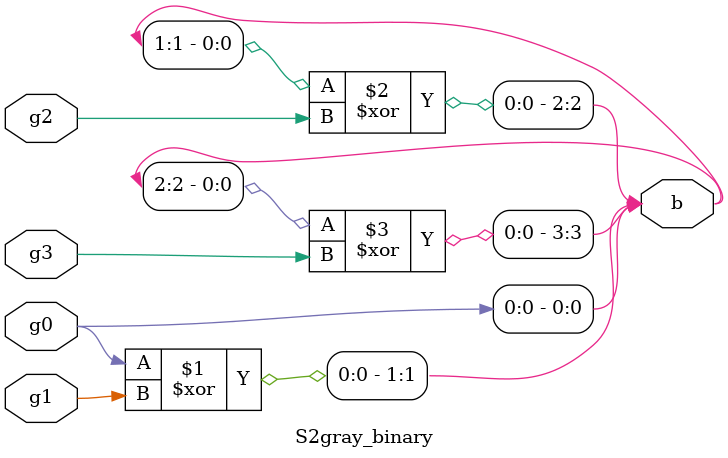
<source format=v>
`timescale 1ns / 1ps
module S2gray_binary(g0,g1,g2,g3,b
    );
input g0,g1,g2,g3;
output [0:3]b;
wire [0:3]b;
buf b1(b[0],g0);
xor b2(b[1],b[0],g1);
xor b3(b[2],b[1],g2);
xor b4(b[3],b[2],g3);
endmodule

</source>
